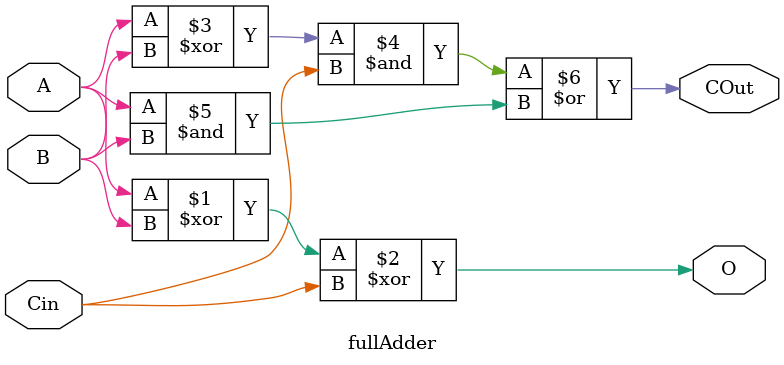
<source format=v>
module fullAdder(A, B, Cin, O, COut);
input A;
input B;
input Cin;
output O;
output COut;

assign O = (A^B)^Cin;
assign COut = ((A^B)&Cin)|(A&B);

endmodule

</source>
